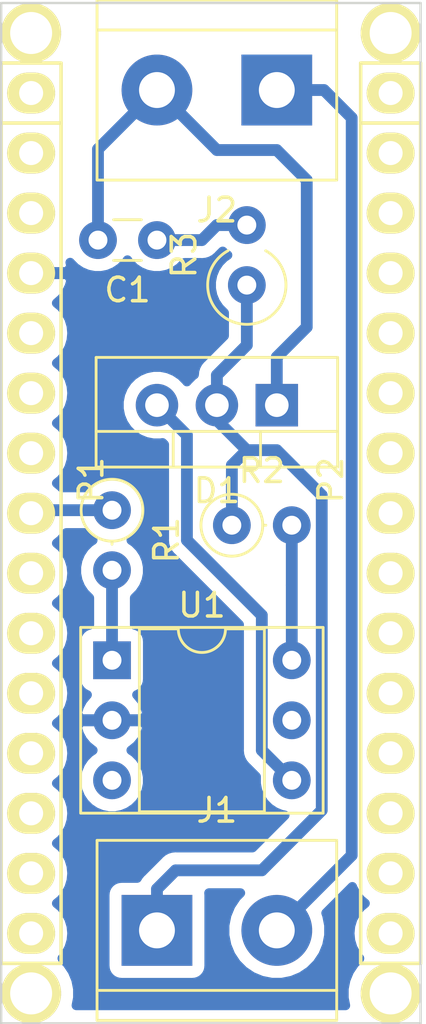
<source format=kicad_pcb>
(kicad_pcb (version 20171130) (host pcbnew "(5.1.5)-3")

  (general
    (thickness 1.6)
    (drawings 19)
    (tracks 42)
    (zones 0)
    (modules 14)
    (nets 44)
  )

  (page A4)
  (title_block
    (title "NanoIrrigator PCB")
    (date 2020-04-12)
    (rev 0.1)
    (comment 1 "Author: Javier Macías Solá")
  )

  (layers
    (0 F.Cu signal hide)
    (31 B.Cu signal)
    (40 Dwgs.User user hide)
    (44 Edge.Cuts user)
    (45 Margin user hide)
    (46 B.CrtYd user hide)
    (47 F.CrtYd user)
    (49 F.Fab user)
  )

  (setup
    (last_trace_width 0.25)
    (user_trace_width 0.5)
    (user_trace_width 1)
    (trace_clearance 0.2)
    (zone_clearance 0.508)
    (zone_45_only no)
    (trace_min 0.2)
    (via_size 0.6)
    (via_drill 0.4)
    (via_min_size 0.4)
    (via_min_drill 0.3)
    (uvia_size 0.3)
    (uvia_drill 0.1)
    (uvias_allowed no)
    (uvia_min_size 0.2)
    (uvia_min_drill 0.1)
    (edge_width 0.1)
    (segment_width 0.15)
    (pcb_text_width 0.3)
    (pcb_text_size 1.5 1.5)
    (mod_edge_width 0.15)
    (mod_text_size 1 1)
    (mod_text_width 0.15)
    (pad_size 1.5 1.5)
    (pad_drill 0.6)
    (pad_to_mask_clearance 0)
    (aux_axis_origin 138.176 110.617)
    (visible_elements 7FFFFFFF)
    (pcbplotparams
      (layerselection 0x29000_fffffffe)
      (usegerberextensions false)
      (usegerberattributes false)
      (usegerberadvancedattributes false)
      (creategerberjobfile false)
      (excludeedgelayer true)
      (linewidth 0.100000)
      (plotframeref false)
      (viasonmask false)
      (mode 1)
      (useauxorigin false)
      (hpglpennumber 1)
      (hpglpenspeed 20)
      (hpglpendiameter 15.000000)
      (psnegative false)
      (psa4output false)
      (plotreference true)
      (plotvalue true)
      (plotinvisibletext false)
      (padsonsilk false)
      (subtractmaskfromsilk false)
      (outputformat 1)
      (mirror false)
      (drillshape 0)
      (scaleselection 1)
      (outputdirectory "fabrication/"))
  )

  (net 0 "")
  (net 1 "/1(Tx)")
  (net 2 "/0(Rx)")
  (net 3 /Reset)
  (net 4 GND)
  (net 5 /2)
  (net 6 "/3(**)")
  (net 7 /4)
  (net 8 "/5(**)")
  (net 9 "/6(**)")
  (net 10 /7)
  (net 11 /8)
  (net 12 "/9(**)")
  (net 13 "/10(**/SS)")
  (net 14 /Vin)
  (net 15 +5V)
  (net 16 /A7)
  (net 17 /A6)
  (net 18 /A5)
  (net 19 /A4)
  (net 20 /A3)
  (net 21 /A2)
  (net 22 /A1)
  (net 23 /A0)
  (net 24 /AREF)
  (net 25 "/13(SCK)")
  (net 26 "Net-(P3-Pad1)")
  (net 27 "Net-(P4-Pad1)")
  (net 28 "Net-(P5-Pad1)")
  (net 29 "Net-(P6-Pad1)")
  (net 30 +3V3)
  (net 31 "/11(**/MOSI)")
  (net 32 "/12(MISO)")
  (net 33 "Net-(C1-Pad2)")
  (net 34 "Net-(C1-Pad1)")
  (net 35 "Net-(D1-Pad3)")
  (net 36 "Net-(D1-Pad2)")
  (net 37 "Net-(R1-Pad2)")
  (net 38 "Net-(R2-Pad2)")
  (net 39 "Net-(U1-Pad3)")
  (net 40 "Net-(U1-Pad5)")
  (net 41 "Net-(J1-Pad2)")
  (net 42 "Net-(P2-Pad2)")
  (net 43 "Net-(P2-Pad3)")

  (net_class Default "This is the default net class."
    (clearance 0.2)
    (trace_width 0.25)
    (via_dia 0.6)
    (via_drill 0.4)
    (uvia_dia 0.3)
    (uvia_drill 0.1)
    (add_net +3V3)
    (add_net +5V)
    (add_net "/0(Rx)")
    (add_net "/1(Tx)")
    (add_net "/10(**/SS)")
    (add_net "/11(**/MOSI)")
    (add_net "/12(MISO)")
    (add_net "/13(SCK)")
    (add_net /2)
    (add_net "/3(**)")
    (add_net /4)
    (add_net "/5(**)")
    (add_net "/6(**)")
    (add_net /7)
    (add_net /8)
    (add_net "/9(**)")
    (add_net /A0)
    (add_net /A1)
    (add_net /A2)
    (add_net /A3)
    (add_net /A4)
    (add_net /A5)
    (add_net /A6)
    (add_net /A7)
    (add_net /AREF)
    (add_net /Reset)
    (add_net /Vin)
    (add_net GND)
    (add_net "Net-(C1-Pad1)")
    (add_net "Net-(C1-Pad2)")
    (add_net "Net-(D1-Pad2)")
    (add_net "Net-(D1-Pad3)")
    (add_net "Net-(J1-Pad2)")
    (add_net "Net-(P2-Pad2)")
    (add_net "Net-(P2-Pad3)")
    (add_net "Net-(P3-Pad1)")
    (add_net "Net-(P4-Pad1)")
    (add_net "Net-(P5-Pad1)")
    (add_net "Net-(P6-Pad1)")
    (add_net "Net-(R1-Pad2)")
    (add_net "Net-(R2-Pad2)")
    (add_net "Net-(U1-Pad3)")
    (add_net "Net-(U1-Pad5)")
  )

  (module TO_SOT_Packages_THT:TO-220-3_Vertical (layer F.Cu) (tedit 58CE52AD) (tstamp 5E920A2D)
    (at 149.86 84.455 180)
    (descr "TO-220-3, Vertical, RM 2.54mm")
    (tags "TO-220-3 Vertical RM 2.54mm")
    (path /5E933C67)
    (fp_text reference D1 (at 2.54 -3.62) (layer F.SilkS)
      (effects (font (size 1 1) (thickness 0.15)))
    )
    (fp_text value TLC226A (at 2.54 2.54) (layer F.Fab)
      (effects (font (size 1 1) (thickness 0.15)))
    )
    (fp_line (start 7.79 -2.75) (end -2.71 -2.75) (layer F.CrtYd) (width 0.05))
    (fp_line (start 7.79 2.16) (end 7.79 -2.75) (layer F.CrtYd) (width 0.05))
    (fp_line (start -2.71 2.16) (end 7.79 2.16) (layer F.CrtYd) (width 0.05))
    (fp_line (start -2.71 -2.75) (end -2.71 2.16) (layer F.CrtYd) (width 0.05))
    (fp_line (start 4.391 -2.62) (end 4.391 -1.11) (layer F.SilkS) (width 0.12))
    (fp_line (start 0.69 -2.62) (end 0.69 -1.11) (layer F.SilkS) (width 0.12))
    (fp_line (start -2.58 -1.11) (end 7.66 -1.11) (layer F.SilkS) (width 0.12))
    (fp_line (start 7.66 -2.62) (end 7.66 2.021) (layer F.SilkS) (width 0.12))
    (fp_line (start -2.58 -2.62) (end -2.58 2.021) (layer F.SilkS) (width 0.12))
    (fp_line (start -2.58 2.021) (end 7.66 2.021) (layer F.SilkS) (width 0.12))
    (fp_line (start -2.58 -2.62) (end 7.66 -2.62) (layer F.SilkS) (width 0.12))
    (fp_line (start 4.39 -2.5) (end 4.39 -1.23) (layer F.Fab) (width 0.1))
    (fp_line (start 0.69 -2.5) (end 0.69 -1.23) (layer F.Fab) (width 0.1))
    (fp_line (start -2.46 -1.23) (end 7.54 -1.23) (layer F.Fab) (width 0.1))
    (fp_line (start 7.54 -2.5) (end -2.46 -2.5) (layer F.Fab) (width 0.1))
    (fp_line (start 7.54 1.9) (end 7.54 -2.5) (layer F.Fab) (width 0.1))
    (fp_line (start -2.46 1.9) (end 7.54 1.9) (layer F.Fab) (width 0.1))
    (fp_line (start -2.46 -2.5) (end -2.46 1.9) (layer F.Fab) (width 0.1))
    (fp_text user %R (at -2.54 0) (layer F.Fab)
      (effects (font (size 1 1) (thickness 0.15)))
    )
    (pad 3 thru_hole oval (at 5.08 0 180) (size 1.8 1.8) (drill 1) (layers *.Cu *.Mask)
      (net 35 "Net-(D1-Pad3)"))
    (pad 2 thru_hole oval (at 2.54 0 180) (size 1.8 1.8) (drill 1) (layers *.Cu *.Mask)
      (net 36 "Net-(D1-Pad2)"))
    (pad 1 thru_hole rect (at 0 0 180) (size 1.8 1.8) (drill 1) (layers *.Cu *.Mask)
      (net 33 "Net-(C1-Pad2)"))
    (model ${KISYS3DMOD}/TO_SOT_Packages_THT.3dshapes/TO-220-3_Vertical.wrl
      (offset (xyz 2.539999961853027 0 0))
      (scale (xyz 0.393701 0.393701 0.393701))
      (rotate (xyz 0 0 0))
    )
    (model ${KISYS3DMOD}/Package_TO_SOT_THT.3dshapes/TO-220-3_Vertical.step
      (at (xyz 0 0 0))
      (scale (xyz 1 1 1))
      (rotate (xyz 0 0 0))
    )
  )

  (module Housings_DIP:DIP-6_W7.62mm_Socket (layer F.Cu) (tedit 59C78D6B) (tstamp 5E91BB49)
    (at 142.875 95.25)
    (descr "6-lead though-hole mounted DIP package, row spacing 7.62 mm (300 mils), Socket")
    (tags "THT DIP DIL PDIP 2.54mm 7.62mm 300mil Socket")
    (path /5E91C323)
    (fp_text reference U1 (at 3.81 -2.33) (layer F.SilkS)
      (effects (font (size 1 1) (thickness 0.15)))
    )
    (fp_text value MOC3021M (at 4.445 2.54 270) (layer F.Fab)
      (effects (font (size 1 1) (thickness 0.15)))
    )
    (fp_text user %R (at 3.175 2.54 90) (layer F.Fab)
      (effects (font (size 1 1) (thickness 0.15)))
    )
    (fp_line (start 9.15 -1.6) (end -1.55 -1.6) (layer F.CrtYd) (width 0.05))
    (fp_line (start 9.15 6.7) (end 9.15 -1.6) (layer F.CrtYd) (width 0.05))
    (fp_line (start -1.55 6.7) (end 9.15 6.7) (layer F.CrtYd) (width 0.05))
    (fp_line (start -1.55 -1.6) (end -1.55 6.7) (layer F.CrtYd) (width 0.05))
    (fp_line (start 8.95 -1.39) (end -1.33 -1.39) (layer F.SilkS) (width 0.12))
    (fp_line (start 8.95 6.47) (end 8.95 -1.39) (layer F.SilkS) (width 0.12))
    (fp_line (start -1.33 6.47) (end 8.95 6.47) (layer F.SilkS) (width 0.12))
    (fp_line (start -1.33 -1.39) (end -1.33 6.47) (layer F.SilkS) (width 0.12))
    (fp_line (start 6.46 -1.33) (end 4.81 -1.33) (layer F.SilkS) (width 0.12))
    (fp_line (start 6.46 6.41) (end 6.46 -1.33) (layer F.SilkS) (width 0.12))
    (fp_line (start 1.16 6.41) (end 6.46 6.41) (layer F.SilkS) (width 0.12))
    (fp_line (start 1.16 -1.33) (end 1.16 6.41) (layer F.SilkS) (width 0.12))
    (fp_line (start 2.81 -1.33) (end 1.16 -1.33) (layer F.SilkS) (width 0.12))
    (fp_line (start 8.89 -1.33) (end -1.27 -1.33) (layer F.Fab) (width 0.1))
    (fp_line (start 8.89 6.41) (end 8.89 -1.33) (layer F.Fab) (width 0.1))
    (fp_line (start -1.27 6.41) (end 8.89 6.41) (layer F.Fab) (width 0.1))
    (fp_line (start -1.27 -1.33) (end -1.27 6.41) (layer F.Fab) (width 0.1))
    (fp_line (start 0.635 -0.27) (end 1.635 -1.27) (layer F.Fab) (width 0.1))
    (fp_line (start 0.635 6.35) (end 0.635 -0.27) (layer F.Fab) (width 0.1))
    (fp_line (start 6.985 6.35) (end 0.635 6.35) (layer F.Fab) (width 0.1))
    (fp_line (start 6.985 -1.27) (end 6.985 6.35) (layer F.Fab) (width 0.1))
    (fp_line (start 1.635 -1.27) (end 6.985 -1.27) (layer F.Fab) (width 0.1))
    (fp_arc (start 3.81 -1.33) (end 2.81 -1.33) (angle -180) (layer F.SilkS) (width 0.12))
    (pad 6 thru_hole oval (at 7.62 0) (size 1.6 1.6) (drill 0.8) (layers *.Cu *.Mask)
      (net 38 "Net-(R2-Pad2)"))
    (pad 3 thru_hole oval (at 0 5.08) (size 1.6 1.6) (drill 0.8) (layers *.Cu *.Mask)
      (net 39 "Net-(U1-Pad3)"))
    (pad 5 thru_hole oval (at 7.62 2.54) (size 1.6 1.6) (drill 0.8) (layers *.Cu *.Mask)
      (net 40 "Net-(U1-Pad5)"))
    (pad 2 thru_hole oval (at 0 2.54) (size 1.6 1.6) (drill 0.8) (layers *.Cu *.Mask)
      (net 4 GND))
    (pad 4 thru_hole oval (at 7.62 5.08) (size 1.6 1.6) (drill 0.8) (layers *.Cu *.Mask)
      (net 35 "Net-(D1-Pad3)"))
    (pad 1 thru_hole rect (at 0 0) (size 1.6 1.6) (drill 0.8) (layers *.Cu *.Mask)
      (net 37 "Net-(R1-Pad2)"))
    (model ${KISYS3DMOD}/Housings_DIP.3dshapes/DIP-6_W7.62mm_Socket.wrl
      (at (xyz 0 0 0))
      (scale (xyz 1 1 1))
      (rotate (xyz 0 0 0))
    )
    (model ${KISYS3DMOD}/Package_DIP.3dshapes/DIP-6_W7.62mm_Socket.step
      (at (xyz 0 0 0))
      (scale (xyz 1 1 1))
      (rotate (xyz 0 0 0))
    )
  )

  (module Resistors_THT:R_Axial_DIN0309_L9.0mm_D3.2mm_P2.54mm_Vertical (layer F.Cu) (tedit 5874F706) (tstamp 5E91C854)
    (at 148.59 79.375 90)
    (descr "Resistor, Axial_DIN0309 series, Axial, Vertical, pin pitch=2.54mm, 0.5W = 1/2W, length*diameter=9*3.2mm^2, http://cdn-reichelt.de/documents/datenblatt/B400/1_4W%23YAG.pdf")
    (tags "Resistor Axial_DIN0309 series Axial Vertical pin pitch 2.54mm 0.5W = 1/2W length 9mm diameter 3.2mm")
    (path /5E92AD3A)
    (fp_text reference R3 (at 1.27 -2.66 90) (layer F.SilkS)
      (effects (font (size 1 1) (thickness 0.15)))
    )
    (fp_text value 2k4 (at 1.27 2.66 90) (layer F.Fab)
      (effects (font (size 1 1) (thickness 0.15)))
    )
    (fp_arc (start 0 0) (end 1.45451 -0.8) (angle -302.4) (layer F.SilkS) (width 0.12))
    (fp_circle (center 0 0) (end 1.6 0) (layer F.Fab) (width 0.1))
    (fp_line (start 0 0) (end 2.54 0) (layer F.Fab) (width 0.1))
    (fp_line (start -1.95 -1.95) (end -1.95 1.95) (layer F.CrtYd) (width 0.05))
    (fp_line (start -1.95 1.95) (end 3.65 1.95) (layer F.CrtYd) (width 0.05))
    (fp_line (start 3.65 1.95) (end 3.65 -1.95) (layer F.CrtYd) (width 0.05))
    (fp_line (start 3.65 -1.95) (end -1.95 -1.95) (layer F.CrtYd) (width 0.05))
    (pad 1 thru_hole circle (at 0 0 90) (size 1.6 1.6) (drill 0.8) (layers *.Cu *.Mask)
      (net 36 "Net-(D1-Pad2)"))
    (pad 2 thru_hole oval (at 2.54 0 90) (size 1.6 1.6) (drill 0.8) (layers *.Cu *.Mask)
      (net 34 "Net-(C1-Pad1)"))
    (model ${KISYS3DMOD}/Resistors_THT.3dshapes/R_Axial_DIN0309_L9.0mm_D3.2mm_P2.54mm_Vertical.wrl
      (at (xyz 0 0 0))
      (scale (xyz 0.393701 0.393701 0.393701))
      (rotate (xyz 0 0 0))
    )
  )

  (module Resistors_THT:R_Axial_DIN0207_L6.3mm_D2.5mm_P2.54mm_Vertical (layer F.Cu) (tedit 5874F706) (tstamp 5E91A42E)
    (at 147.955 89.535)
    (descr "Resistor, Axial_DIN0207 series, Axial, Vertical, pin pitch=2.54mm, 0.25W = 1/4W, length*diameter=6.3*2.5mm^2, http://cdn-reichelt.de/documents/datenblatt/B400/1_4W%23YAG.pdf")
    (tags "Resistor Axial_DIN0207 series Axial Vertical pin pitch 2.54mm 0.25W = 1/4W length 6.3mm diameter 2.5mm")
    (path /5E929FD8)
    (fp_text reference R2 (at 1.27 -2.31) (layer F.SilkS)
      (effects (font (size 1 1) (thickness 0.15)))
    )
    (fp_text value 330 (at 1.27 2.31) (layer F.Fab)
      (effects (font (size 1 1) (thickness 0.15)))
    )
    (fp_circle (center 0 0) (end 1.25 0) (layer F.Fab) (width 0.1))
    (fp_circle (center 0 0) (end 1.31 0) (layer F.SilkS) (width 0.12))
    (fp_line (start 0 0) (end 2.54 0) (layer F.Fab) (width 0.1))
    (fp_line (start 1.31 0) (end 1.44 0) (layer F.SilkS) (width 0.12))
    (fp_line (start -1.6 -1.6) (end -1.6 1.6) (layer F.CrtYd) (width 0.05))
    (fp_line (start -1.6 1.6) (end 3.65 1.6) (layer F.CrtYd) (width 0.05))
    (fp_line (start 3.65 1.6) (end 3.65 -1.6) (layer F.CrtYd) (width 0.05))
    (fp_line (start 3.65 -1.6) (end -1.6 -1.6) (layer F.CrtYd) (width 0.05))
    (pad 1 thru_hole circle (at 0 0) (size 1.6 1.6) (drill 0.8) (layers *.Cu *.Mask)
      (net 36 "Net-(D1-Pad2)"))
    (pad 2 thru_hole oval (at 2.54 0) (size 1.6 1.6) (drill 0.8) (layers *.Cu *.Mask)
      (net 38 "Net-(R2-Pad2)"))
    (model ${KISYS3DMOD}/Resistors_THT.3dshapes/R_Axial_DIN0207_L6.3mm_D2.5mm_P2.54mm_Vertical.wrl
      (at (xyz 0 0 0))
      (scale (xyz 0.393701 0.393701 0.393701))
      (rotate (xyz 0 0 0))
    )
  )

  (module Resistors_THT:R_Axial_DIN0207_L6.3mm_D2.5mm_P2.54mm_Vertical (layer F.Cu) (tedit 5874F706) (tstamp 5E91A418)
    (at 142.875 88.9 270)
    (descr "Resistor, Axial_DIN0207 series, Axial, Vertical, pin pitch=2.54mm, 0.25W = 1/4W, length*diameter=6.3*2.5mm^2, http://cdn-reichelt.de/documents/datenblatt/B400/1_4W%23YAG.pdf")
    (tags "Resistor Axial_DIN0207 series Axial Vertical pin pitch 2.54mm 0.25W = 1/4W length 6.3mm diameter 2.5mm")
    (path /5E919C3E)
    (fp_text reference R1 (at 1.27 -2.31 90) (layer F.SilkS)
      (effects (font (size 1 1) (thickness 0.15)))
    )
    (fp_text value 220 (at 0 -2.54 90) (layer F.Fab)
      (effects (font (size 1 1) (thickness 0.15)))
    )
    (fp_circle (center 0 0) (end 1.25 0) (layer F.Fab) (width 0.1))
    (fp_circle (center 0 0) (end 1.31 0) (layer F.SilkS) (width 0.12))
    (fp_line (start 0 0) (end 2.54 0) (layer F.Fab) (width 0.1))
    (fp_line (start 1.31 0) (end 1.44 0) (layer F.SilkS) (width 0.12))
    (fp_line (start -1.6 -1.6) (end -1.6 1.6) (layer F.CrtYd) (width 0.05))
    (fp_line (start -1.6 1.6) (end 3.65 1.6) (layer F.CrtYd) (width 0.05))
    (fp_line (start 3.65 1.6) (end 3.65 -1.6) (layer F.CrtYd) (width 0.05))
    (fp_line (start 3.65 -1.6) (end -1.6 -1.6) (layer F.CrtYd) (width 0.05))
    (pad 1 thru_hole circle (at 0 0 270) (size 1.6 1.6) (drill 0.8) (layers *.Cu *.Mask)
      (net 8 "/5(**)"))
    (pad 2 thru_hole oval (at 2.54 0 270) (size 1.6 1.6) (drill 0.8) (layers *.Cu *.Mask)
      (net 37 "Net-(R1-Pad2)"))
    (model ${KISYS3DMOD}/Resistors_THT.3dshapes/R_Axial_DIN0207_L6.3mm_D2.5mm_P2.54mm_Vertical.wrl
      (at (xyz 0 0 0))
      (scale (xyz 0.393701 0.393701 0.393701))
      (rotate (xyz 0 0 0))
    )
  )

  (module Socket_Arduino_Nano:Socket_Strip_Arduino_1x15 locked (layer F.Cu) (tedit 552169C6) (tstamp 551FC9D0)
    (at 139.446 71.247 270)
    (descr "Through hole socket strip")
    (tags "socket strip")
    (path /56D73FAC)
    (fp_text reference P1 (at 16.383 -2.54 270) (layer F.SilkS)
      (effects (font (size 1 1) (thickness 0.15)))
    )
    (fp_text value Digital (at 20.193 -2.54 270) (layer F.Fab)
      (effects (font (size 1 1) (thickness 0.15)))
    )
    (fp_line (start 1.27 -1.27) (end -1.27 -1.27) (layer F.SilkS) (width 0.15))
    (fp_line (start -1.27 -1.27) (end -1.27 1.27) (layer F.SilkS) (width 0.15))
    (fp_line (start -1.27 1.27) (end 1.27 1.27) (layer F.SilkS) (width 0.15))
    (fp_line (start -1.75 -1.75) (end -1.75 1.75) (layer F.CrtYd) (width 0.05))
    (fp_line (start 37.35 -1.75) (end 37.35 1.75) (layer F.CrtYd) (width 0.05))
    (fp_line (start -1.75 -1.75) (end 37.35 -1.75) (layer F.CrtYd) (width 0.05))
    (fp_line (start -1.75 1.75) (end 37.35 1.75) (layer F.CrtYd) (width 0.05))
    (fp_line (start 1.27 -1.27) (end 36.83 -1.27) (layer F.SilkS) (width 0.15))
    (fp_line (start 36.83 -1.27) (end 36.83 1.27) (layer F.SilkS) (width 0.15))
    (fp_line (start 36.83 1.27) (end 1.27 1.27) (layer F.SilkS) (width 0.15))
    (fp_line (start 1.27 1.27) (end 1.27 -1.27) (layer F.SilkS) (width 0.15))
    (pad 1 thru_hole oval (at 0 0 270) (size 1.7272 2.032) (drill 1.016) (layers *.Cu *.Mask F.SilkS)
      (net 1 "/1(Tx)"))
    (pad 2 thru_hole oval (at 2.54 0 270) (size 1.7272 2.032) (drill 1.016) (layers *.Cu *.Mask F.SilkS)
      (net 2 "/0(Rx)"))
    (pad 3 thru_hole oval (at 5.08 0 270) (size 1.7272 2.032) (drill 1.016) (layers *.Cu *.Mask F.SilkS)
      (net 3 /Reset))
    (pad 4 thru_hole oval (at 7.62 0 270) (size 1.7272 2.032) (drill 1.016) (layers *.Cu *.Mask F.SilkS)
      (net 4 GND))
    (pad 5 thru_hole oval (at 10.16 0 270) (size 1.7272 2.032) (drill 1.016) (layers *.Cu *.Mask F.SilkS)
      (net 5 /2))
    (pad 6 thru_hole oval (at 12.7 0 270) (size 1.7272 2.032) (drill 1.016) (layers *.Cu *.Mask F.SilkS)
      (net 6 "/3(**)"))
    (pad 7 thru_hole oval (at 15.24 0 270) (size 1.7272 2.032) (drill 1.016) (layers *.Cu *.Mask F.SilkS)
      (net 7 /4))
    (pad 8 thru_hole oval (at 17.78 0 270) (size 1.7272 2.032) (drill 1.016) (layers *.Cu *.Mask F.SilkS)
      (net 8 "/5(**)"))
    (pad 9 thru_hole oval (at 20.32 0 270) (size 1.7272 2.032) (drill 1.016) (layers *.Cu *.Mask F.SilkS)
      (net 9 "/6(**)"))
    (pad 10 thru_hole oval (at 22.86 0 270) (size 1.7272 2.032) (drill 1.016) (layers *.Cu *.Mask F.SilkS)
      (net 10 /7))
    (pad 11 thru_hole oval (at 25.4 0 270) (size 1.7272 2.032) (drill 1.016) (layers *.Cu *.Mask F.SilkS)
      (net 11 /8))
    (pad 12 thru_hole oval (at 27.94 0 270) (size 1.7272 2.032) (drill 1.016) (layers *.Cu *.Mask F.SilkS)
      (net 12 "/9(**)"))
    (pad 13 thru_hole oval (at 30.48 0 270) (size 1.7272 2.032) (drill 1.016) (layers *.Cu *.Mask F.SilkS)
      (net 13 "/10(**/SS)"))
    (pad 14 thru_hole oval (at 33.02 0 270) (size 1.7272 2.032) (drill 1.016) (layers *.Cu *.Mask F.SilkS)
      (net 31 "/11(**/MOSI)"))
    (pad 15 thru_hole oval (at 35.56 0 270) (size 1.7272 2.032) (drill 1.016) (layers *.Cu *.Mask F.SilkS)
      (net 32 "/12(MISO)"))
    (model ${KIPRJMOD}/Socket_Arduino_Nano.3dshapes/Socket_header_Arduino_1x15.wrl
      (offset (xyz 17.77999973297119 0 0))
      (scale (xyz 1 1 1))
      (rotate (xyz 0 0 180))
    )
  )

  (module Socket_Arduino_Nano:Socket_Strip_Arduino_1x15 locked (layer F.Cu) (tedit 552169D3) (tstamp 551FC9EE)
    (at 154.686 71.247 270)
    (descr "Through hole socket strip")
    (tags "socket strip")
    (path /56D740C7)
    (fp_text reference P2 (at 16.383 2.54 270) (layer F.SilkS)
      (effects (font (size 1 1) (thickness 0.15)))
    )
    (fp_text value Analog (at 20.193 2.54 270) (layer F.Fab)
      (effects (font (size 1 1) (thickness 0.15)))
    )
    (fp_line (start 1.27 -1.27) (end -1.27 -1.27) (layer F.SilkS) (width 0.15))
    (fp_line (start -1.27 -1.27) (end -1.27 1.27) (layer F.SilkS) (width 0.15))
    (fp_line (start -1.27 1.27) (end 1.27 1.27) (layer F.SilkS) (width 0.15))
    (fp_line (start -1.75 -1.75) (end -1.75 1.75) (layer F.CrtYd) (width 0.05))
    (fp_line (start 37.35 -1.75) (end 37.35 1.75) (layer F.CrtYd) (width 0.05))
    (fp_line (start -1.75 -1.75) (end 37.35 -1.75) (layer F.CrtYd) (width 0.05))
    (fp_line (start -1.75 1.75) (end 37.35 1.75) (layer F.CrtYd) (width 0.05))
    (fp_line (start 1.27 -1.27) (end 36.83 -1.27) (layer F.SilkS) (width 0.15))
    (fp_line (start 36.83 -1.27) (end 36.83 1.27) (layer F.SilkS) (width 0.15))
    (fp_line (start 36.83 1.27) (end 1.27 1.27) (layer F.SilkS) (width 0.15))
    (fp_line (start 1.27 1.27) (end 1.27 -1.27) (layer F.SilkS) (width 0.15))
    (pad 1 thru_hole oval (at 0 0 270) (size 1.7272 2.032) (drill 1.016) (layers *.Cu *.Mask F.SilkS)
      (net 14 /Vin))
    (pad 2 thru_hole oval (at 2.54 0 270) (size 1.7272 2.032) (drill 1.016) (layers *.Cu *.Mask F.SilkS)
      (net 42 "Net-(P2-Pad2)"))
    (pad 3 thru_hole oval (at 5.08 0 270) (size 1.7272 2.032) (drill 1.016) (layers *.Cu *.Mask F.SilkS)
      (net 43 "Net-(P2-Pad3)"))
    (pad 4 thru_hole oval (at 7.62 0 270) (size 1.7272 2.032) (drill 1.016) (layers *.Cu *.Mask F.SilkS)
      (net 15 +5V))
    (pad 5 thru_hole oval (at 10.16 0 270) (size 1.7272 2.032) (drill 1.016) (layers *.Cu *.Mask F.SilkS)
      (net 16 /A7))
    (pad 6 thru_hole oval (at 12.7 0 270) (size 1.7272 2.032) (drill 1.016) (layers *.Cu *.Mask F.SilkS)
      (net 17 /A6))
    (pad 7 thru_hole oval (at 15.24 0 270) (size 1.7272 2.032) (drill 1.016) (layers *.Cu *.Mask F.SilkS)
      (net 18 /A5))
    (pad 8 thru_hole oval (at 17.78 0 270) (size 1.7272 2.032) (drill 1.016) (layers *.Cu *.Mask F.SilkS)
      (net 19 /A4))
    (pad 9 thru_hole oval (at 20.32 0 270) (size 1.7272 2.032) (drill 1.016) (layers *.Cu *.Mask F.SilkS)
      (net 20 /A3))
    (pad 10 thru_hole oval (at 22.86 0 270) (size 1.7272 2.032) (drill 1.016) (layers *.Cu *.Mask F.SilkS)
      (net 21 /A2))
    (pad 11 thru_hole oval (at 25.4 0 270) (size 1.7272 2.032) (drill 1.016) (layers *.Cu *.Mask F.SilkS)
      (net 22 /A1))
    (pad 12 thru_hole oval (at 27.94 0 270) (size 1.7272 2.032) (drill 1.016) (layers *.Cu *.Mask F.SilkS)
      (net 23 /A0))
    (pad 13 thru_hole oval (at 30.48 0 270) (size 1.7272 2.032) (drill 1.016) (layers *.Cu *.Mask F.SilkS)
      (net 24 /AREF))
    (pad 14 thru_hole oval (at 33.02 0 270) (size 1.7272 2.032) (drill 1.016) (layers *.Cu *.Mask F.SilkS)
      (net 30 +3V3))
    (pad 15 thru_hole oval (at 35.56 0 270) (size 1.7272 2.032) (drill 1.016) (layers *.Cu *.Mask F.SilkS)
      (net 25 "/13(SCK)"))
    (model ${KIPRJMOD}/Socket_Arduino_Nano.3dshapes/Socket_header_Arduino_1x15.wrl
      (offset (xyz 17.77999973297119 0 0))
      (scale (xyz 1 1 1))
      (rotate (xyz 0 0 180))
    )
  )

  (module Socket_Arduino_Nano:1pin_Nano locked (layer F.Cu) (tedit 5521156E) (tstamp 55211553)
    (at 139.446 68.707)
    (descr "module 1 pin (ou trou mecanique de percage)")
    (tags DEV)
    (path /56D73ADD)
    (fp_text reference P3 (at 0 -2.032) (layer F.SilkS) hide
      (effects (font (size 1 1) (thickness 0.15)))
    )
    (fp_text value CONN_01X01 (at 0 2.032) (layer F.Fab) hide
      (effects (font (size 1 1) (thickness 0.15)))
    )
    (pad 1 thru_hole circle (at 0 0) (size 2.54 2.54) (drill 1.778) (layers *.Cu *.Mask F.SilkS)
      (net 26 "Net-(P3-Pad1)"))
  )

  (module Socket_Arduino_Nano:1pin_Nano locked (layer F.Cu) (tedit 55211594) (tstamp 55211558)
    (at 139.446 109.347)
    (descr "module 1 pin (ou trou mecanique de percage)")
    (tags DEV)
    (path /56D73D86)
    (fp_text reference P4 (at 0 -2.032) (layer F.SilkS) hide
      (effects (font (size 1 1) (thickness 0.15)))
    )
    (fp_text value CONN_01X01 (at 0 2.032) (layer F.Fab) hide
      (effects (font (size 1 1) (thickness 0.15)))
    )
    (pad 1 thru_hole circle (at 0 0) (size 2.54 2.54) (drill 1.778) (layers *.Cu *.Mask F.SilkS)
      (net 27 "Net-(P4-Pad1)"))
  )

  (module Socket_Arduino_Nano:1pin_Nano locked (layer F.Cu) (tedit 552115A5) (tstamp 5521155D)
    (at 154.686 109.347)
    (descr "module 1 pin (ou trou mecanique de percage)")
    (tags DEV)
    (path /56D73DAE)
    (fp_text reference P5 (at 0 -2.032) (layer F.SilkS) hide
      (effects (font (size 1 1) (thickness 0.15)))
    )
    (fp_text value CONN_01X01 (at 0 2.032) (layer F.Fab) hide
      (effects (font (size 1 1) (thickness 0.15)))
    )
    (pad 1 thru_hole circle (at 0 0) (size 2.54 2.54) (drill 1.778) (layers *.Cu *.Mask F.SilkS)
      (net 28 "Net-(P5-Pad1)"))
  )

  (module Socket_Arduino_Nano:1pin_Nano locked (layer F.Cu) (tedit 552115BD) (tstamp 55211562)
    (at 154.686 68.707)
    (descr "module 1 pin (ou trou mecanique de percage)")
    (tags DEV)
    (path /56D73DD9)
    (fp_text reference P6 (at 0 -2.032) (layer F.SilkS) hide
      (effects (font (size 1 1) (thickness 0.15)))
    )
    (fp_text value CONN_01X01 (at 0 2.032) (layer F.Fab) hide
      (effects (font (size 1 1) (thickness 0.15)))
    )
    (pad 1 thru_hole circle (at 0 0) (size 2.54 2.54) (drill 1.778) (layers *.Cu *.Mask F.SilkS)
      (net 29 "Net-(P6-Pad1)"))
  )

  (module Capacitors_THT:C_Disc_D3.0mm_W1.6mm_P2.50mm (layer F.Cu) (tedit 597BC7C2) (tstamp 5E91ABC1)
    (at 144.78 77.47 180)
    (descr "C, Disc series, Radial, pin pitch=2.50mm, , diameter*width=3.0*1.6mm^2, Capacitor, http://www.vishay.com/docs/45233/krseries.pdf")
    (tags "C Disc series Radial pin pitch 2.50mm  diameter 3.0mm width 1.6mm Capacitor")
    (path /5E92BD50)
    (fp_text reference C1 (at 1.25 -2.11) (layer F.SilkS)
      (effects (font (size 1 1) (thickness 0.15)))
    )
    (fp_text value 100n (at 1.25 -2.54) (layer F.Fab)
      (effects (font (size 1 1) (thickness 0.15)))
    )
    (fp_text user %R (at 1.25 0) (layer F.Fab)
      (effects (font (size 1 1) (thickness 0.15)))
    )
    (fp_line (start 3.55 -1.15) (end -1.05 -1.15) (layer F.CrtYd) (width 0.05))
    (fp_line (start 3.55 1.15) (end 3.55 -1.15) (layer F.CrtYd) (width 0.05))
    (fp_line (start -1.05 1.15) (end 3.55 1.15) (layer F.CrtYd) (width 0.05))
    (fp_line (start -1.05 -1.15) (end -1.05 1.15) (layer F.CrtYd) (width 0.05))
    (fp_line (start 0.663 0.861) (end 1.837 0.861) (layer F.SilkS) (width 0.12))
    (fp_line (start 0.663 -0.861) (end 1.837 -0.861) (layer F.SilkS) (width 0.12))
    (fp_line (start 2.75 -0.8) (end -0.25 -0.8) (layer F.Fab) (width 0.1))
    (fp_line (start 2.75 0.8) (end 2.75 -0.8) (layer F.Fab) (width 0.1))
    (fp_line (start -0.25 0.8) (end 2.75 0.8) (layer F.Fab) (width 0.1))
    (fp_line (start -0.25 -0.8) (end -0.25 0.8) (layer F.Fab) (width 0.1))
    (pad 2 thru_hole circle (at 2.5 0 180) (size 1.6 1.6) (drill 0.8) (layers *.Cu *.Mask)
      (net 33 "Net-(C1-Pad2)"))
    (pad 1 thru_hole circle (at 0 0 180) (size 1.6 1.6) (drill 0.8) (layers *.Cu *.Mask)
      (net 34 "Net-(C1-Pad1)"))
    (model ${KISYS3DMOD}/Capacitors_THT.3dshapes/C_Disc_D3.0mm_W1.6mm_P2.50mm.wrl
      (at (xyz 0 0 0))
      (scale (xyz 1 1 1))
      (rotate (xyz 0 0 0))
    )
  )

  (module Connectors_Terminal_Blocks:TerminalBlock_bornier-2_P5.08mm (layer F.Cu) (tedit 59FF03AB) (tstamp 5E91A3ED)
    (at 144.78 106.68)
    (descr "simple 2-pin terminal block, pitch 5.08mm, revamped version of bornier2")
    (tags "terminal block bornier2")
    (path /5E92EB31)
    (fp_text reference J1 (at 2.54 -5.08) (layer F.SilkS)
      (effects (font (size 1 1) (thickness 0.15)))
    )
    (fp_text value Screw_Terminal_01x02 (at 2.54 5.08) (layer F.Fab)
      (effects (font (size 1 1) (thickness 0.15)))
    )
    (fp_line (start 7.79 4) (end -2.71 4) (layer F.CrtYd) (width 0.05))
    (fp_line (start 7.79 4) (end 7.79 -4) (layer F.CrtYd) (width 0.05))
    (fp_line (start -2.71 -4) (end -2.71 4) (layer F.CrtYd) (width 0.05))
    (fp_line (start -2.71 -4) (end 7.79 -4) (layer F.CrtYd) (width 0.05))
    (fp_line (start -2.54 3.81) (end 7.62 3.81) (layer F.SilkS) (width 0.12))
    (fp_line (start -2.54 -3.81) (end -2.54 3.81) (layer F.SilkS) (width 0.12))
    (fp_line (start 7.62 -3.81) (end -2.54 -3.81) (layer F.SilkS) (width 0.12))
    (fp_line (start 7.62 3.81) (end 7.62 -3.81) (layer F.SilkS) (width 0.12))
    (fp_line (start 7.62 2.54) (end -2.54 2.54) (layer F.SilkS) (width 0.12))
    (fp_line (start 7.54 -3.75) (end -2.46 -3.75) (layer F.Fab) (width 0.1))
    (fp_line (start 7.54 3.75) (end 7.54 -3.75) (layer F.Fab) (width 0.1))
    (fp_line (start -2.46 3.75) (end 7.54 3.75) (layer F.Fab) (width 0.1))
    (fp_line (start -2.46 -3.75) (end -2.46 3.75) (layer F.Fab) (width 0.1))
    (fp_line (start -2.41 2.55) (end 7.49 2.55) (layer F.Fab) (width 0.1))
    (fp_text user %R (at 2.54 0) (layer F.Fab)
      (effects (font (size 1 1) (thickness 0.15)))
    )
    (pad 2 thru_hole circle (at 5.08 0) (size 3 3) (drill 1.52) (layers *.Cu *.Mask)
      (net 41 "Net-(J1-Pad2)"))
    (pad 1 thru_hole rect (at 0 0) (size 3 3) (drill 1.52) (layers *.Cu *.Mask)
      (net 36 "Net-(D1-Pad2)"))
    (model ${KISYS3DMOD}/Terminal_Blocks.3dshapes/TerminalBlock_bornier-2_P5.08mm.wrl
      (offset (xyz 0.04 0 0))
      (scale (xyz 1 1 1))
      (rotate (xyz 0 0 0))
    )
    (model "${KIPRJMOD}/3d_models/screw-terminal-block-5mm-2.snapshot.17/Screw Terminal Block 5mm Blue 2-way.step"
      (offset (xyz 2.54 0 0))
      (scale (xyz 1 1 1))
      (rotate (xyz -90 0 0))
    )
  )

  (module Connectors_Terminal_Blocks:TerminalBlock_bornier-2_P5.08mm (layer F.Cu) (tedit 59FF03AB) (tstamp 5E91A402)
    (at 149.86 71.12 180)
    (descr "simple 2-pin terminal block, pitch 5.08mm, revamped version of bornier2")
    (tags "terminal block bornier2")
    (path /5E92FC7F)
    (fp_text reference J2 (at 2.54 -5.08) (layer F.SilkS)
      (effects (font (size 1 1) (thickness 0.15)))
    )
    (fp_text value Screw_Terminal_01x02 (at 2.54 5.08) (layer F.Fab)
      (effects (font (size 1 1) (thickness 0.15)))
    )
    (fp_text user %R (at 2.54 0) (layer F.Fab)
      (effects (font (size 1 1) (thickness 0.15)))
    )
    (fp_line (start -2.41 2.55) (end 7.49 2.55) (layer F.Fab) (width 0.1))
    (fp_line (start -2.46 -3.75) (end -2.46 3.75) (layer F.Fab) (width 0.1))
    (fp_line (start -2.46 3.75) (end 7.54 3.75) (layer F.Fab) (width 0.1))
    (fp_line (start 7.54 3.75) (end 7.54 -3.75) (layer F.Fab) (width 0.1))
    (fp_line (start 7.54 -3.75) (end -2.46 -3.75) (layer F.Fab) (width 0.1))
    (fp_line (start 7.62 2.54) (end -2.54 2.54) (layer F.SilkS) (width 0.12))
    (fp_line (start 7.62 3.81) (end 7.62 -3.81) (layer F.SilkS) (width 0.12))
    (fp_line (start 7.62 -3.81) (end -2.54 -3.81) (layer F.SilkS) (width 0.12))
    (fp_line (start -2.54 -3.81) (end -2.54 3.81) (layer F.SilkS) (width 0.12))
    (fp_line (start -2.54 3.81) (end 7.62 3.81) (layer F.SilkS) (width 0.12))
    (fp_line (start -2.71 -4) (end 7.79 -4) (layer F.CrtYd) (width 0.05))
    (fp_line (start -2.71 -4) (end -2.71 4) (layer F.CrtYd) (width 0.05))
    (fp_line (start 7.79 4) (end 7.79 -4) (layer F.CrtYd) (width 0.05))
    (fp_line (start 7.79 4) (end -2.71 4) (layer F.CrtYd) (width 0.05))
    (pad 1 thru_hole rect (at 0 0 180) (size 3 3) (drill 1.52) (layers *.Cu *.Mask)
      (net 41 "Net-(J1-Pad2)"))
    (pad 2 thru_hole circle (at 5.08 0 180) (size 3 3) (drill 1.52) (layers *.Cu *.Mask)
      (net 33 "Net-(C1-Pad2)"))
    (model ${KISYS3DMOD}/Terminal_Blocks.3dshapes/TerminalBlock_bornier-2_P5.08mm.wrl
      (offset (xyz 2.539999961853027 0 0))
      (scale (xyz 1 1 1))
      (rotate (xyz 0 0 0))
    )
    (model "${KIPRJMOD}/3d_models/screw-terminal-block-5mm-2.snapshot.17/Screw Terminal Block 5mm Blue 2-way.step"
      (offset (xyz 2.54 0 0))
      (scale (xyz 1 1 1))
      (rotate (xyz -90 0 0))
    )
  )

  (gr_line (start 150.622 112.522) (end 150.622 110.617) (angle 90) (layer Dwgs.User) (width 0.15))
  (gr_line (start 150.622 102.997) (end 150.622 110.617) (angle 90) (layer Dwgs.User) (width 0.15))
  (gr_line (start 143.51 102.997) (end 150.622 102.997) (angle 90) (layer Dwgs.User) (width 0.15))
  (gr_line (start 143.51 110.617) (end 143.51 102.997) (angle 90) (layer Dwgs.User) (width 0.15))
  (gr_line (start 143.51 112.522) (end 150.622 112.522) (angle 90) (layer Dwgs.User) (width 0.15))
  (gr_line (start 143.51 110.617) (end 143.51 112.522) (angle 90) (layer Dwgs.User) (width 0.15))
  (gr_line (start 145.542 87.757) (end 145.542 85.217) (angle 90) (layer Dwgs.User) (width 0.15))
  (gr_line (start 149.479 87.757) (end 145.542 87.757) (angle 90) (layer Dwgs.User) (width 0.15))
  (gr_line (start 149.479 85.217) (end 149.479 87.757) (angle 90) (layer Dwgs.User) (width 0.15))
  (gr_line (start 145.542 85.217) (end 149.479 85.217) (angle 90) (layer Dwgs.User) (width 0.15))
  (gr_circle (center 147.574 86.487) (end 146.812 86.487) (layer Dwgs.User) (width 0.15))
  (gr_line (start 150.876 67.437) (end 143.256 67.437) (angle 90) (layer Dwgs.User) (width 0.15))
  (gr_line (start 150.876 72.517) (end 150.876 67.437) (angle 90) (layer Dwgs.User) (width 0.15))
  (gr_line (start 143.256 72.517) (end 150.876 72.517) (angle 90) (layer Dwgs.User) (width 0.15))
  (gr_line (start 143.256 67.437) (end 143.256 72.517) (angle 90) (layer Dwgs.User) (width 0.15))
  (gr_line (start 138.176 67.437) (end 138.176 110.617) (angle 90) (layer Edge.Cuts) (width 0.1))
  (gr_line (start 155.956 67.437) (end 138.176 67.437) (angle 90) (layer Edge.Cuts) (width 0.1))
  (gr_line (start 155.956 110.617) (end 155.956 67.437) (angle 90) (layer Edge.Cuts) (width 0.1))
  (gr_line (start 138.176 110.617) (end 155.956 110.617) (angle 90) (layer Edge.Cuts) (width 0.1))

  (segment (start 139.573 81.28) (end 139.446 81.407) (width 0.25) (layer F.Cu) (net 5))
  (segment (start 139.573 88.9) (end 139.446 89.027) (width 0.25) (layer F.Cu) (net 8))
  (segment (start 142.24 88.9) (end 139.573 88.9) (width 0.5) (layer B.Cu) (net 8))
  (segment (start 142.28 73.62) (end 144.78 71.12) (width 0.5) (layer B.Cu) (net 33))
  (segment (start 142.28 77.47) (end 142.28 73.62) (width 0.5) (layer B.Cu) (net 33))
  (segment (start 149.86 82.42) (end 151.13 81.15) (width 0.5) (layer B.Cu) (net 33))
  (segment (start 149.86 83.82) (end 149.86 82.42) (width 0.5) (layer B.Cu) (net 33))
  (segment (start 147.32 73.66) (end 144.78 71.12) (width 0.5) (layer B.Cu) (net 33))
  (segment (start 151.13 74.93) (end 149.86 73.66) (width 0.5) (layer B.Cu) (net 33))
  (segment (start 151.13 81.15) (end 151.13 74.93) (width 0.5) (layer B.Cu) (net 33))
  (segment (start 149.86 73.66) (end 147.32 73.66) (width 0.5) (layer B.Cu) (net 33))
  (segment (start 144.78 77.47) (end 146.685 77.47) (width 0.5) (layer B.Cu) (net 34))
  (segment (start 147.32 76.835) (end 148.59 76.835) (width 0.5) (layer B.Cu) (net 34))
  (segment (start 146.685 77.47) (end 147.32 76.835) (width 0.5) (layer B.Cu) (net 34))
  (segment (start 146.05 85.725) (end 144.78 84.455) (width 0.5) (layer B.Cu) (net 35))
  (segment (start 146.05 90.17) (end 146.05 85.725) (width 0.5) (layer B.Cu) (net 35))
  (segment (start 150.495 100.33) (end 149.225 99.06) (width 0.5) (layer B.Cu) (net 35))
  (segment (start 149.225 93.345) (end 146.05 90.17) (width 0.5) (layer B.Cu) (net 35))
  (segment (start 149.225 99.06) (end 149.225 93.345) (width 0.5) (layer B.Cu) (net 35))
  (segment (start 147.32 85.09) (end 147.32 83.82) (width 0.5) (layer F.Cu) (net 36))
  (segment (start 147.32 85.09) (end 147.32 84.455) (width 0.5) (layer F.Cu) (net 36))
  (segment (start 147.955 86.995) (end 147.955 89.535) (width 0.5) (layer B.Cu) (net 36))
  (segment (start 148.59 86.36) (end 147.955 86.995) (width 0.5) (layer B.Cu) (net 36))
  (segment (start 144.78 104.93) (end 144.78 106.68) (width 0.5) (layer B.Cu) (net 36))
  (segment (start 145.57 104.14) (end 144.78 104.93) (width 0.5) (layer B.Cu) (net 36))
  (segment (start 149.86 86.36) (end 151.765 88.265) (width 0.5) (layer B.Cu) (net 36))
  (segment (start 148.59 86.36) (end 149.86 86.36) (width 0.5) (layer B.Cu) (net 36))
  (segment (start 151.765 88.265) (end 151.765 101.6) (width 0.5) (layer B.Cu) (net 36))
  (segment (start 151.765 101.6) (end 149.225 104.14) (width 0.5) (layer B.Cu) (net 36))
  (segment (start 149.225 104.14) (end 145.57 104.14) (width 0.5) (layer B.Cu) (net 36))
  (segment (start 148.59 86.36) (end 147.32 85.09) (width 0.5) (layer B.Cu) (net 36))
  (segment (start 148.59 79.375) (end 148.59 81.915) (width 0.5) (layer B.Cu) (net 36))
  (segment (start 147.32 83.185) (end 147.32 84.455) (width 0.5) (layer B.Cu) (net 36))
  (segment (start 148.59 81.915) (end 147.32 83.185) (width 0.5) (layer B.Cu) (net 36))
  (segment (start 142.875 95.25) (end 142.875 91.44) (width 0.5) (layer B.Cu) (net 37))
  (segment (start 150.495 92.075) (end 150.495 89.535) (width 0.5) (layer B.Cu) (net 38))
  (segment (start 150.495 95.25) (end 150.495 92.075) (width 0.5) (layer B.Cu) (net 38))
  (segment (start 151.359999 105.180001) (end 149.86 106.68) (width 0.5) (layer B.Cu) (net 41))
  (segment (start 153.035 103.505) (end 151.359999 105.180001) (width 0.5) (layer B.Cu) (net 41))
  (segment (start 153.035 72.295) (end 153.035 103.505) (width 0.5) (layer B.Cu) (net 41))
  (segment (start 149.86 71.12) (end 151.86 71.12) (width 0.5) (layer B.Cu) (net 41))
  (segment (start 151.86 71.12) (end 153.035 72.295) (width 0.5) (layer B.Cu) (net 41))

  (zone (net 4) (net_name GND) (layer B.Cu) (tstamp 5E92F36C) (hatch edge 0.508)
    (connect_pads (clearance 0.508))
    (min_thickness 0.4)
    (fill yes (arc_segments 32) (thermal_gap 0.508) (thermal_bridge_width 0.508))
    (polygon
      (pts
        (xy 156.21 110.49) (xy 138.43 110.49) (xy 138.43 67.31) (xy 156.21 67.31)
      )
    )
    (filled_polygon
      (pts
        (xy 147.628706 78.00634) (xy 147.77636 78.105) (xy 147.628706 78.20366) (xy 147.41866 78.413706) (xy 147.253627 78.660694)
        (xy 147.139951 78.935132) (xy 147.082 79.226475) (xy 147.082 79.523525) (xy 147.139951 79.814868) (xy 147.253627 80.089306)
        (xy 147.41866 80.336294) (xy 147.628706 80.54634) (xy 147.632 80.548541) (xy 147.632001 81.518183) (xy 146.675873 82.474311)
        (xy 146.639314 82.504314) (xy 146.519598 82.650189) (xy 146.430641 82.816617) (xy 146.406036 82.897729) (xy 146.375862 82.997199)
        (xy 146.359549 83.162828) (xy 146.29496 83.205985) (xy 146.070985 83.42996) (xy 146.05 83.461366) (xy 146.029015 83.42996)
        (xy 145.80504 83.205985) (xy 145.541673 83.030009) (xy 145.249036 82.908795) (xy 144.938374 82.847) (xy 144.621626 82.847)
        (xy 144.310964 82.908795) (xy 144.018327 83.030009) (xy 143.75496 83.205985) (xy 143.530985 83.42996) (xy 143.355009 83.693327)
        (xy 143.233795 83.985964) (xy 143.172 84.296626) (xy 143.172 84.613374) (xy 143.233795 84.924036) (xy 143.355009 85.216673)
        (xy 143.530985 85.48004) (xy 143.75496 85.704015) (xy 144.018327 85.879991) (xy 144.310964 86.001205) (xy 144.621626 86.063)
        (xy 144.938374 86.063) (xy 145.017454 86.04727) (xy 145.092001 86.121817) (xy 145.092 90.12294) (xy 145.087365 90.17)
        (xy 145.105862 90.3578) (xy 145.160641 90.538383) (xy 145.249598 90.704811) (xy 145.369314 90.850686) (xy 145.405873 90.880689)
        (xy 148.267001 93.741817) (xy 148.267 99.01294) (xy 148.262365 99.06) (xy 148.280862 99.2478) (xy 148.335641 99.428383)
        (xy 148.424598 99.594811) (xy 148.544314 99.740686) (xy 148.580873 99.770689) (xy 148.987773 100.177589) (xy 148.987 100.181475)
        (xy 148.987 100.478525) (xy 149.044951 100.769868) (xy 149.158627 101.044306) (xy 149.32366 101.291294) (xy 149.533706 101.50134)
        (xy 149.780694 101.666373) (xy 150.055132 101.780049) (xy 150.2011 101.809084) (xy 148.828184 103.182) (xy 145.617059 103.182)
        (xy 145.57 103.177365) (xy 145.382199 103.195862) (xy 145.201616 103.250641) (xy 145.035189 103.339598) (xy 144.889314 103.459314)
        (xy 144.859315 103.495868) (xy 144.135873 104.219311) (xy 144.099314 104.249314) (xy 143.979598 104.395189) (xy 143.940373 104.468575)
        (xy 143.28 104.468575) (xy 143.141208 104.482245) (xy 143.007749 104.522729) (xy 142.884753 104.588472) (xy 142.776947 104.676947)
        (xy 142.688472 104.784753) (xy 142.622729 104.907749) (xy 142.582245 105.041208) (xy 142.568575 105.18) (xy 142.568575 108.18)
        (xy 142.582245 108.318792) (xy 142.622729 108.452251) (xy 142.688472 108.575247) (xy 142.776947 108.683053) (xy 142.884753 108.771528)
        (xy 143.007749 108.837271) (xy 143.141208 108.877755) (xy 143.28 108.891425) (xy 146.28 108.891425) (xy 146.418792 108.877755)
        (xy 146.552251 108.837271) (xy 146.675247 108.771528) (xy 146.783053 108.683053) (xy 146.871528 108.575247) (xy 146.937271 108.452251)
        (xy 146.977755 108.318792) (xy 146.991425 108.18) (xy 146.991425 105.18) (xy 146.983349 105.098) (xy 148.319416 105.098)
        (xy 148.144934 105.272482) (xy 147.903295 105.63412) (xy 147.736852 106.03595) (xy 147.652 106.462531) (xy 147.652 106.897469)
        (xy 147.736852 107.32405) (xy 147.903295 107.72588) (xy 148.144934 108.087518) (xy 148.452482 108.395066) (xy 148.81412 108.636705)
        (xy 149.21595 108.803148) (xy 149.642531 108.888) (xy 150.077469 108.888) (xy 150.50405 108.803148) (xy 150.90588 108.636705)
        (xy 151.267518 108.395066) (xy 151.575066 108.087518) (xy 151.816705 107.72588) (xy 151.983148 107.32405) (xy 152.068 106.897469)
        (xy 152.068 106.462531) (xy 151.983148 106.03595) (xy 151.946747 105.94807) (xy 152.070683 105.824134) (xy 152.070688 105.824128)
        (xy 153.062707 104.832109) (xy 153.074606 104.871335) (xy 153.22054 105.144359) (xy 153.416934 105.383666) (xy 153.603772 105.537)
        (xy 153.416934 105.690334) (xy 153.22054 105.929641) (xy 153.074606 106.202665) (xy 152.98474 106.498913) (xy 152.954396 106.807)
        (xy 152.98474 107.115087) (xy 153.074606 107.411335) (xy 153.22054 107.684359) (xy 153.369643 107.866042) (xy 153.149587 108.086098)
        (xy 152.933119 108.410066) (xy 152.784013 108.770039) (xy 152.708 109.152184) (xy 152.708 109.541816) (xy 152.771092 109.859)
        (xy 141.360908 109.859) (xy 141.424 109.541816) (xy 141.424 109.152184) (xy 141.347987 108.770039) (xy 141.198881 108.410066)
        (xy 140.982413 108.086098) (xy 140.762357 107.866042) (xy 140.91146 107.684359) (xy 141.057394 107.411335) (xy 141.14726 107.115087)
        (xy 141.177604 106.807) (xy 141.14726 106.498913) (xy 141.057394 106.202665) (xy 140.91146 105.929641) (xy 140.715066 105.690334)
        (xy 140.528228 105.537) (xy 140.715066 105.383666) (xy 140.91146 105.144359) (xy 141.057394 104.871335) (xy 141.14726 104.575087)
        (xy 141.177604 104.267) (xy 141.14726 103.958913) (xy 141.057394 103.662665) (xy 140.91146 103.389641) (xy 140.715066 103.150334)
        (xy 140.528228 102.997) (xy 140.715066 102.843666) (xy 140.91146 102.604359) (xy 141.057394 102.331335) (xy 141.14726 102.035087)
        (xy 141.177604 101.727) (xy 141.14726 101.418913) (xy 141.057394 101.122665) (xy 140.91146 100.849641) (xy 140.715066 100.610334)
        (xy 140.528228 100.457) (xy 140.715066 100.303666) (xy 140.815345 100.181475) (xy 141.367 100.181475) (xy 141.367 100.478525)
        (xy 141.424951 100.769868) (xy 141.538627 101.044306) (xy 141.70366 101.291294) (xy 141.913706 101.50134) (xy 142.160694 101.666373)
        (xy 142.435132 101.780049) (xy 142.726475 101.838) (xy 143.023525 101.838) (xy 143.314868 101.780049) (xy 143.589306 101.666373)
        (xy 143.836294 101.50134) (xy 144.04634 101.291294) (xy 144.211373 101.044306) (xy 144.325049 100.769868) (xy 144.383 100.478525)
        (xy 144.383 100.181475) (xy 144.325049 99.890132) (xy 144.211373 99.615694) (xy 144.04634 99.368706) (xy 143.836294 99.15866)
        (xy 143.686347 99.058468) (xy 143.708465 99.046744) (xy 143.937629 98.859995) (xy 144.125957 98.632127) (xy 144.266211 98.371896)
        (xy 144.353002 98.089303) (xy 144.355031 98.079087) (xy 144.204904 97.844) (xy 142.929 97.844) (xy 142.929 97.864)
        (xy 142.821 97.864) (xy 142.821 97.844) (xy 141.545096 97.844) (xy 141.394969 98.079087) (xy 141.396998 98.089303)
        (xy 141.483789 98.371896) (xy 141.624043 98.632127) (xy 141.812371 98.859995) (xy 142.041535 99.046744) (xy 142.063653 99.058468)
        (xy 141.913706 99.15866) (xy 141.70366 99.368706) (xy 141.538627 99.615694) (xy 141.424951 99.890132) (xy 141.367 100.181475)
        (xy 140.815345 100.181475) (xy 140.91146 100.064359) (xy 141.057394 99.791335) (xy 141.14726 99.495087) (xy 141.177604 99.187)
        (xy 141.14726 98.878913) (xy 141.057394 98.582665) (xy 140.91146 98.309641) (xy 140.715066 98.070334) (xy 140.528228 97.917)
        (xy 140.715066 97.763666) (xy 140.91146 97.524359) (xy 141.057394 97.251335) (xy 141.14726 96.955087) (xy 141.177604 96.647)
        (xy 141.14726 96.338913) (xy 141.057394 96.042665) (xy 140.91146 95.769641) (xy 140.715066 95.530334) (xy 140.528228 95.377)
        (xy 140.715066 95.223666) (xy 140.91146 94.984359) (xy 141.057394 94.711335) (xy 141.14726 94.415087) (xy 141.177604 94.107)
        (xy 141.14726 93.798913) (xy 141.057394 93.502665) (xy 140.91146 93.229641) (xy 140.715066 92.990334) (xy 140.528228 92.837)
        (xy 140.715066 92.683666) (xy 140.91146 92.444359) (xy 141.057394 92.171335) (xy 141.14726 91.875087) (xy 141.177604 91.567)
        (xy 141.14726 91.258913) (xy 141.057394 90.962665) (xy 140.91146 90.689641) (xy 140.715066 90.450334) (xy 140.528228 90.297)
        (xy 140.715066 90.143666) (xy 140.91146 89.904359) (xy 140.936239 89.858) (xy 141.701459 89.858) (xy 141.70366 89.861294)
        (xy 141.913706 90.07134) (xy 142.06136 90.17) (xy 141.913706 90.26866) (xy 141.70366 90.478706) (xy 141.538627 90.725694)
        (xy 141.424951 91.000132) (xy 141.367 91.291475) (xy 141.367 91.588525) (xy 141.424951 91.879868) (xy 141.538627 92.154306)
        (xy 141.70366 92.401294) (xy 141.913706 92.61134) (xy 141.917001 92.613541) (xy 141.917 93.758072) (xy 141.802749 93.792729)
        (xy 141.679753 93.858472) (xy 141.571947 93.946947) (xy 141.483472 94.054753) (xy 141.417729 94.177749) (xy 141.377245 94.311208)
        (xy 141.363575 94.45) (xy 141.363575 96.05) (xy 141.377245 96.188792) (xy 141.417729 96.322251) (xy 141.483472 96.445247)
        (xy 141.571947 96.553053) (xy 141.679753 96.641528) (xy 141.802749 96.707271) (xy 141.821148 96.712852) (xy 141.812371 96.720005)
        (xy 141.624043 96.947873) (xy 141.483789 97.208104) (xy 141.396998 97.490697) (xy 141.394969 97.500913) (xy 141.545096 97.736)
        (xy 142.821 97.736) (xy 142.821 97.716) (xy 142.929 97.716) (xy 142.929 97.736) (xy 144.204904 97.736)
        (xy 144.355031 97.500913) (xy 144.353002 97.490697) (xy 144.266211 97.208104) (xy 144.125957 96.947873) (xy 143.937629 96.720005)
        (xy 143.928852 96.712852) (xy 143.947251 96.707271) (xy 144.070247 96.641528) (xy 144.178053 96.553053) (xy 144.266528 96.445247)
        (xy 144.332271 96.322251) (xy 144.372755 96.188792) (xy 144.386425 96.05) (xy 144.386425 94.45) (xy 144.372755 94.311208)
        (xy 144.332271 94.177749) (xy 144.266528 94.054753) (xy 144.178053 93.946947) (xy 144.070247 93.858472) (xy 143.947251 93.792729)
        (xy 143.833 93.758072) (xy 143.833 92.613541) (xy 143.836294 92.61134) (xy 144.04634 92.401294) (xy 144.211373 92.154306)
        (xy 144.325049 91.879868) (xy 144.383 91.588525) (xy 144.383 91.291475) (xy 144.325049 91.000132) (xy 144.211373 90.725694)
        (xy 144.04634 90.478706) (xy 143.836294 90.26866) (xy 143.68864 90.17) (xy 143.836294 90.07134) (xy 144.04634 89.861294)
        (xy 144.211373 89.614306) (xy 144.325049 89.339868) (xy 144.383 89.048525) (xy 144.383 88.751475) (xy 144.325049 88.460132)
        (xy 144.211373 88.185694) (xy 144.04634 87.938706) (xy 143.836294 87.72866) (xy 143.589306 87.563627) (xy 143.314868 87.449951)
        (xy 143.023525 87.392) (xy 142.726475 87.392) (xy 142.435132 87.449951) (xy 142.160694 87.563627) (xy 141.913706 87.72866)
        (xy 141.70366 87.938706) (xy 141.701459 87.942) (xy 140.741054 87.942) (xy 140.715066 87.910334) (xy 140.528228 87.757)
        (xy 140.715066 87.603666) (xy 140.91146 87.364359) (xy 141.057394 87.091335) (xy 141.14726 86.795087) (xy 141.177604 86.487)
        (xy 141.14726 86.178913) (xy 141.057394 85.882665) (xy 140.91146 85.609641) (xy 140.715066 85.370334) (xy 140.528228 85.217)
        (xy 140.715066 85.063666) (xy 140.91146 84.824359) (xy 141.057394 84.551335) (xy 141.14726 84.255087) (xy 141.177604 83.947)
        (xy 141.14726 83.638913) (xy 141.057394 83.342665) (xy 140.91146 83.069641) (xy 140.715066 82.830334) (xy 140.528228 82.677)
        (xy 140.715066 82.523666) (xy 140.91146 82.284359) (xy 141.057394 82.011335) (xy 141.14726 81.715087) (xy 141.177604 81.407)
        (xy 141.14726 81.098913) (xy 141.057394 80.802665) (xy 140.91146 80.529641) (xy 140.715066 80.290334) (xy 140.526087 80.135243)
        (xy 140.747872 79.940106) (xy 140.935138 79.695236) (xy 141.071034 79.418537) (xy 141.141287 79.166042) (xy 140.991954 78.921)
        (xy 139.5 78.921) (xy 139.5 78.941) (xy 139.392 78.941) (xy 139.392 78.921) (xy 139.372 78.921)
        (xy 139.372 78.813) (xy 139.392 78.813) (xy 139.392 78.793) (xy 139.5 78.793) (xy 139.5 78.813)
        (xy 140.991954 78.813) (xy 141.141287 78.567958) (xy 141.099411 78.417452) (xy 141.10866 78.431294) (xy 141.318706 78.64134)
        (xy 141.565694 78.806373) (xy 141.840132 78.920049) (xy 142.131475 78.978) (xy 142.428525 78.978) (xy 142.719868 78.920049)
        (xy 142.994306 78.806373) (xy 143.241294 78.64134) (xy 143.45134 78.431294) (xy 143.53 78.313572) (xy 143.60866 78.431294)
        (xy 143.818706 78.64134) (xy 144.065694 78.806373) (xy 144.340132 78.920049) (xy 144.631475 78.978) (xy 144.928525 78.978)
        (xy 145.219868 78.920049) (xy 145.494306 78.806373) (xy 145.741294 78.64134) (xy 145.95134 78.431294) (xy 145.953541 78.428)
        (xy 146.637941 78.428) (xy 146.685 78.432635) (xy 146.732059 78.428) (xy 146.872801 78.414138) (xy 147.053384 78.359359)
        (xy 147.219811 78.270402) (xy 147.365686 78.150686) (xy 147.395689 78.114127) (xy 147.566091 77.943725)
      )
    )
  )
)

</source>
